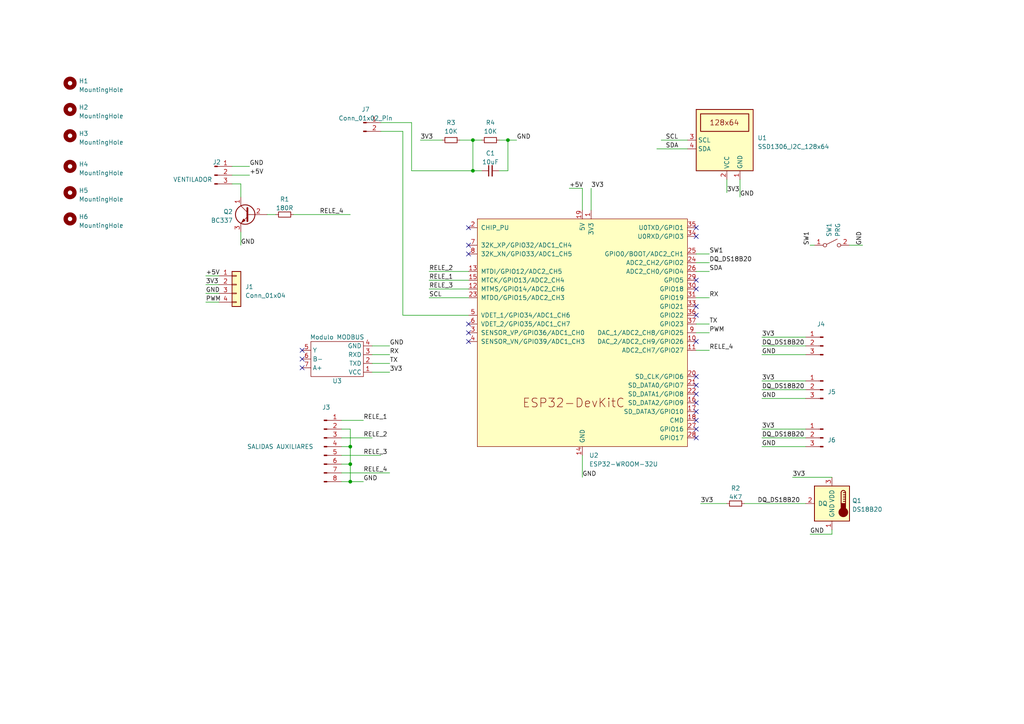
<source format=kicad_sch>
(kicad_sch (version 20230121) (generator eeschema)
  (paper "A4")
  (lib_symbols
    (symbol "Connector:Conn_01x02_Pin" (pin_names (offset 1.016) hide)
      (property "Reference" "J" (at 0 2.54 0))
      (property "Value" "Conn_01x02_Pin" (at 0 -5.08 0))
      (symbol "Conn_01x02_Pin_1_1"
        (polyline (pts (xy 1.27 -2.54) (xy 0.8636 -2.54)) (stroke (width 0.1524)))
        (polyline (pts (xy 1.27 0) (xy 0.8636 0)) (stroke (width 0.1524)))
        (rectangle (start 0.8636 -2.413) (end 0 -2.667) (stroke (width 0.1524)) (fill (type outline)))
        (rectangle (start 0.8636 0.127) (end 0 -0.127) (stroke (width 0.1524)) (fill (type outline)))
        (pin passive line (at 5.08 0 180) (length 3.81) (name "Pin_1") (number "1"))
        (pin passive line (at 5.08 -2.54 180) (length 3.81) (name "Pin_2") (number "2"))
      )
    )
    (symbol "Connector:Conn_01x03_Pin" (pin_names (offset 1.016) hide)
      (property "Reference" "J" (at 0 5.08 0))
      (property "Value" "Conn_01x03_Pin" (at 0 -5.08 0))
      (symbol "Conn_01x03_Pin_1_1"
        (polyline (pts (xy 1.27 -2.54) (xy 0.8636 -2.54)) (stroke (width 0.1524)))
        (polyline (pts (xy 1.27 0) (xy 0.8636 0)) (stroke (width 0.1524)))
        (polyline (pts (xy 1.27 2.54) (xy 0.8636 2.54)) (stroke (width 0.1524)))
        (rectangle (start 0.8636 -2.413) (end 0 -2.667) (stroke (width 0.1524)) (fill (type outline)))
        (rectangle (start 0.8636 0.127) (end 0 -0.127) (stroke (width 0.1524)) (fill (type outline)))
        (rectangle (start 0.8636 2.667) (end 0 2.413) (stroke (width 0.1524)) (fill (type outline)))
        (pin passive line (at 5.08 2.54 180) (length 3.81) (name "Pin_1") (number "1"))
        (pin passive line (at 5.08 0 180) (length 3.81) (name "Pin_2") (number "2"))
        (pin passive line (at 5.08 -2.54 180) (length 3.81) (name "Pin_3") (number "3"))
      )
    )
    (symbol "Connector:Conn_01x08_Pin" (pin_names (offset 1.016) hide)
      (property "Reference" "J" (at 0 10.16 0))
      (property "Value" "Conn_01x08_Pin" (at 0 -12.7 0))
      (symbol "Conn_01x08_Pin_1_1"
        (polyline (pts (xy 1.27 -10.16) (xy 0.8636 -10.16)) (stroke (width 0.1524)))
        (polyline (pts (xy 1.27 -7.62) (xy 0.8636 -7.62)) (stroke (width 0.1524)))
        (polyline (pts (xy 1.27 -5.08) (xy 0.8636 -5.08)) (stroke (width 0.1524)))
        (polyline (pts (xy 1.27 -2.54) (xy 0.8636 -2.54)) (stroke (width 0.1524)))
        (polyline (pts (xy 1.27 0) (xy 0.8636 0)) (stroke (width 0.1524)))
        (polyline (pts (xy 1.27 2.54) (xy 0.8636 2.54)) (stroke (width 0.1524)))
        (polyline (pts (xy 1.27 5.08) (xy 0.8636 5.08)) (stroke (width 0.1524)))
        (polyline (pts (xy 1.27 7.62) (xy 0.8636 7.62)) (stroke (width 0.1524)))
        (rectangle (start 0.8636 -10.033) (end 0 -10.287) (stroke (width 0.1524)) (fill (type outline)))
        (rectangle (start 0.8636 -7.493) (end 0 -7.747) (stroke (width 0.1524)) (fill (type outline)))
        (rectangle (start 0.8636 -4.953) (end 0 -5.207) (stroke (width 0.1524)) (fill (type outline)))
        (rectangle (start 0.8636 -2.413) (end 0 -2.667) (stroke (width 0.1524)) (fill (type outline)))
        (rectangle (start 0.8636 0.127) (end 0 -0.127) (stroke (width 0.1524)) (fill (type outline)))
        (rectangle (start 0.8636 2.667) (end 0 2.413) (stroke (width 0.1524)) (fill (type outline)))
        (rectangle (start 0.8636 5.207) (end 0 4.953) (stroke (width 0.1524)) (fill (type outline)))
        (rectangle (start 0.8636 7.747) (end 0 7.493) (stroke (width 0.1524)) (fill (type outline)))
        (pin passive line (at 5.08 7.62 180) (length 3.81) (name "Pin_1") (number "1"))
        (pin passive line (at 5.08 5.08 180) (length 3.81) (name "Pin_2") (number "2"))
        (pin passive line (at 5.08 2.54 180) (length 3.81) (name "Pin_3") (number "3"))
        (pin passive line (at 5.08 0 180) (length 3.81) (name "Pin_4") (number "4"))
        (pin passive line (at 5.08 -2.54 180) (length 3.81) (name "Pin_5") (number "5"))
        (pin passive line (at 5.08 -5.08 180) (length 3.81) (name "Pin_6") (number "6"))
        (pin passive line (at 5.08 -7.62 180) (length 3.81) (name "Pin_7") (number "7"))
        (pin passive line (at 5.08 -10.16 180) (length 3.81) (name "Pin_8") (number "8"))
      )
    )
    (symbol "Connector_Generic:Conn_01x04" (pin_names (offset 1.016) hide)
      (property "Reference" "J" (at 0 5.08 0))
      (property "Value" "Conn_01x04" (at 0 -7.62 0))
      (symbol "Conn_01x04_1_1"
        (rectangle (start -1.27 -4.953) (end 0 -5.207) (stroke (width 0.1524)))
        (rectangle (start -1.27 -2.413) (end 0 -2.667) (stroke (width 0.1524)))
        (rectangle (start -1.27 0.127) (end 0 -0.127) (stroke (width 0.1524)))
        (rectangle (start -1.27 2.667) (end 0 2.413) (stroke (width 0.1524)))
        (rectangle (start -1.27 3.81) (end 1.27 -6.35) (stroke (width 0.254)) (fill (type background)))
        (pin passive line (at -5.08 2.54 0) (length 3.81) (name "Pin_1") (number "1"))
        (pin passive line (at -5.08 0 0) (length 3.81) (name "Pin_2") (number "2"))
        (pin passive line (at -5.08 -2.54 0) (length 3.81) (name "Pin_3") (number "3"))
        (pin passive line (at -5.08 -5.08 0) (length 3.81) (name "Pin_4") (number "4"))
      )
    )
    (symbol "Device:C_Small" (pin_numbers hide) (pin_names (offset 0.254) hide)
      (property "Reference" "C" (at 0.254 1.778 0))
      (property "Value" "C_Small" (at 0.254 -2.032 0))
      (symbol "C_Small_0_1"
        (polyline (pts (xy -1.524 -0.508) (xy 1.524 -0.508)) (stroke (width 0.3302)))
        (polyline (pts (xy -1.524 0.508) (xy 1.524 0.508)) (stroke (width 0.3048)))
      )
      (symbol "C_Small_1_1"
        (pin passive line (at 0 2.54 270) (length 2.032) (name "~") (number "1"))
        (pin passive line (at 0 -2.54 90) (length 2.032) (name "~") (number "2"))
      )
    )
    (symbol "Device:R_Small" (pin_numbers hide) (pin_names (offset 0.254) hide)
      (property "Reference" "R" (at 0.762 0.508 0))
      (property "Value" "R_Small" (at 0.762 -1.016 0))
      (symbol "R_Small_0_1"
        (rectangle (start -0.762 1.778) (end 0.762 -1.778) (stroke (width 0.2032)))
      )
      (symbol "R_Small_1_1"
        (pin passive line (at 0 2.54 270) (length 0.762) (name "~") (number "1"))
        (pin passive line (at 0 -2.54 90) (length 0.762) (name "~") (number "2"))
      )
    )
    (symbol "Espressif:ESP32-DevKitC" (pin_names (offset 1.016))
      (property "Reference" "U" (at -30.48 38.1 0))
      (property "Value" "ESP32-DevKitC" (at -30.48 35.56 0))
      (symbol "ESP32-DevKitC_0_0"
        (text "ESP32-DevKitC" (at -2.54 -20.32 0) (effects (font (size 2.54 2.54))))
        (pin power_in line (at 0 -35.56 90) (length 2.54) (name "GND") (number "14"))
        (pin power_in line (at 0 35.56 270) (length 2.54) (name "5V") (number "19"))
      )
      (symbol "ESP32-DevKitC_0_1"
        (rectangle (start -30.48 33.02) (end 30.48 -33.02) (fill (type background)))
      )
      (symbol "ESP32-DevKitC_1_1"
        (pin power_in line (at 2.54 35.56 270) (length 2.54) (name "3V3") (number "1"))
        (pin bidirectional line (at 33.02 -2.54 180) (length 2.54) (name "DAC_2/ADC2_CH9/GPIO26") (number "10"))
        (pin bidirectional line (at 33.02 -5.08 180) (length 2.54) (name "ADC2_CH7/GPIO27") (number "11"))
        (pin bidirectional line (at -33.02 12.7 0) (length 2.54) (name "MTMS/GPIO14/ADC2_CH6") (number "12"))
        (pin bidirectional line (at -33.02 17.78 0) (length 2.54) (name "MTDI/GPIO12/ADC2_CH5") (number "13"))
        (pin bidirectional line (at -33.02 15.24 0) (length 2.54) (name "MTCK/GPIO13/ADC2_CH4") (number "15"))
        (pin bidirectional line (at 33.02 -20.32 180) (length 2.54) (name "SD_DATA2/GPIO9") (number "16"))
        (pin bidirectional line (at 33.02 -22.86 180) (length 2.54) (name "SD_DATA3/GPIO10") (number "17"))
        (pin bidirectional line (at 33.02 -25.4 180) (length 2.54) (name "CMD") (number "18"))
        (pin input line (at -33.02 30.48 0) (length 2.54) (name "CHIP_PU") (number "2"))
        (pin bidirectional line (at 33.02 -12.7 180) (length 2.54) (name "SD_CLK/GPIO6") (number "20"))
        (pin bidirectional line (at 33.02 -15.24 180) (length 2.54) (name "SD_DATA0/GPIO7") (number "21"))
        (pin bidirectional line (at 33.02 -17.78 180) (length 2.54) (name "SD_DATA1/GPIO8") (number "22"))
        (pin bidirectional line (at -33.02 10.16 0) (length 2.54) (name "MTDO/GPIO15/ADC2_CH3") (number "23"))
        (pin bidirectional line (at 33.02 20.32 180) (length 2.54) (name "ADC2_CH2/GPIO2") (number "24"))
        (pin bidirectional line (at 33.02 22.86 180) (length 2.54) (name "GPIO0/BOOT/ADC2_CH1") (number "25"))
        (pin bidirectional line (at 33.02 17.78 180) (length 2.54) (name "ADC2_CH0/GPIO4") (number "26"))
        (pin bidirectional line (at 33.02 -27.94 180) (length 2.54) (name "GPIO16") (number "27"))
        (pin bidirectional line (at 33.02 -30.48 180) (length 2.54) (name "GPIO17") (number "28"))
        (pin bidirectional line (at 33.02 15.24 180) (length 2.54) (name "GPIO5") (number "29"))
        (pin input line (at -33.02 0 0) (length 2.54) (name "SENSOR_VP/GPIO36/ADC1_CH0") (number "3"))
        (pin bidirectional line (at 33.02 12.7 180) (length 2.54) (name "GPIO18") (number "30"))
        (pin bidirectional line (at 33.02 10.16 180) (length 2.54) (name "GPIO19") (number "31"))
        (pin passive line (at 0 -35.56 90) (length 2.54) hide (name "GND") (number "32"))
        (pin bidirectional line (at 33.02 7.62 180) (length 2.54) (name "GPIO21") (number "33"))
        (pin bidirectional line (at 33.02 27.94 180) (length 2.54) (name "U0RXD/GPIO3") (number "34"))
        (pin bidirectional line (at 33.02 30.48 180) (length 2.54) (name "U0TXD/GPIO1") (number "35"))
        (pin bidirectional line (at 33.02 5.08 180) (length 2.54) (name "GPIO22") (number "36"))
        (pin bidirectional line (at 33.02 2.54 180) (length 2.54) (name "GPIO23") (number "37"))
        (pin passive line (at 0 -35.56 90) (length 2.54) hide (name "GND") (number "38"))
        (pin input line (at -33.02 -2.54 0) (length 2.54) (name "SENSOR_VN/GPIO39/ADC1_CH3") (number "4"))
        (pin input line (at -33.02 5.08 0) (length 2.54) (name "VDET_1/GPIO34/ADC1_CH6") (number "5"))
        (pin input line (at -33.02 2.54 0) (length 2.54) (name "VDET_2/GPIO35/ADC1_CH7") (number "6"))
        (pin bidirectional line (at -33.02 25.4 0) (length 2.54) (name "32K_XP/GPIO32/ADC1_CH4") (number "7"))
        (pin bidirectional line (at -33.02 22.86 0) (length 2.54) (name "32K_XN/GPIO33/ADC1_CH5") (number "8"))
        (pin bidirectional line (at 33.02 0 180) (length 2.54) (name "DAC_1/ADC2_CH8/GPIO25") (number "9"))
      )
    )
    (symbol "Mechanical:MountingHole" (pin_names (offset 1.016))
      (property "Reference" "H" (at 0 5.08 0))
      (property "Value" "MountingHole" (at 0 3.175 0))
      (symbol "MountingHole_0_1"
        (circle (center 0 0) (radius 1.27) (stroke (width 1.27)))
      )
    )
    (symbol "OLED_SSD1312_I2C:SSD1312_I2C_128x64"
      (property "Reference" "U" (at 0 3.81 0))
      (property "Value" "SSD1312_I2C_128x64" (at 0 1.27 0))
      (symbol "SSD1312_I2C_128x64_0_0"
        (rectangle (start -6.35 -2.54) (end 7.62 -7.62) (stroke (width 0.254)))
        (text "128x64" (at -3.81 -5.08 0) (effects (font (size 1.524 1.524)) (justify left)))
      )
      (symbol "SSD1312_I2C_128x64_0_1"
        (rectangle (start -7.62 -1.27) (end 8.89 -19.05) (stroke (width 0.254)) (fill (type background)))
      )
      (symbol "SSD1312_I2C_128x64_1_1"
        (pin power_in line (at 5.08 -21.59 90) (length 2.54) (name "GND") (number "1"))
        (pin power_in line (at 1.27 -21.59 90) (length 2.54) (name "VCC") (number "2"))
        (pin input line (at -10.16 -10.16 0) (length 2.54) (name "SCL") (number "3"))
        (pin bidirectional line (at -10.16 -12.7 0) (length 2.54) (name "SDA") (number "4"))
      )
    )
    (symbol "Sensor_Temperature:DS18B20" (pin_names (offset 1.016))
      (property "Reference" "U" (at -3.81 6.35 0))
      (property "Value" "DS18B20" (at 6.35 6.35 0))
      (symbol "DS18B20_0_1"
        (rectangle (start -5.08 5.08) (end 5.08 -5.08) (stroke (width 0.254)) (fill (type background)))
        (circle (center -3.302 -2.54) (radius 1.27) (stroke (width 0.254)) (fill (type outline)))
        (rectangle (start -2.667 -1.905) (end -3.937 0) (stroke (width 0.254)) (fill (type outline)))
        (arc (start -2.667 3.175) (mid -3.302 3.8073) (end -3.937 3.175) (stroke (width 0.254)))
        (polyline (pts (xy -3.937 0.635) (xy -3.302 0.635)) (stroke (width 0.254)))
        (polyline (pts (xy -3.937 1.27) (xy -3.302 1.27)) (stroke (width 0.254)))
        (polyline (pts (xy -3.937 1.905) (xy -3.302 1.905)) (stroke (width 0.254)))
        (polyline (pts (xy -3.937 2.54) (xy -3.302 2.54)) (stroke (width 0.254)))
        (polyline (pts (xy -3.937 3.175) (xy -3.937 0)) (stroke (width 0.254)))
        (polyline (pts (xy -3.937 3.175) (xy -3.302 3.175)) (stroke (width 0.254)))
        (polyline (pts (xy -2.667 3.175) (xy -2.667 0)) (stroke (width 0.254)))
      )
      (symbol "DS18B20_1_1"
        (pin power_in line (at 0 -7.62 90) (length 2.54) (name "GND") (number "1"))
        (pin bidirectional line (at 7.62 0 180) (length 2.54) (name "DQ") (number "2"))
        (pin power_in line (at 0 7.62 270) (length 2.54) (name "VDD") (number "3"))
      )
    )
    (symbol "Switch:SW_SPST" (pin_names (offset 0) hide)
      (property "Reference" "SW" (at 0 3.175 0))
      (property "Value" "SW_SPST" (at 0 -2.54 0))
      (symbol "SW_SPST_0_0"
        (circle (center -2.032 0) (radius 0.508))
        (polyline (pts (xy -1.524 0.254) (xy 1.524 1.778)))
        (circle (center 2.032 0) (radius 0.508))
      )
      (symbol "SW_SPST_1_1"
        (pin passive line (at -5.08 0 0) (length 2.54) (name "A") (number "1"))
        (pin passive line (at 5.08 0 180) (length 2.54) (name "B") (number "2"))
      )
    )
    (symbol "Transistor_BJT:BC337" (pin_names (offset 0) hide)
      (property "Reference" "Q" (at 5.08 1.905 0))
      (property "Value" "BC337" (at 5.08 0 0))
      (symbol "BC337_0_1"
        (polyline (pts (xy 0 0) (xy 0.635 0)))
        (polyline (pts (xy 0.635 0.635) (xy 2.54 2.54)))
        (polyline (pts (xy 0.635 -0.635) (xy 2.54 -2.54) (xy 2.54 -2.54)))
        (polyline (pts (xy 0.635 1.905) (xy 0.635 -1.905) (xy 0.635 -1.905)) (stroke (width 0.508)))
        (polyline (pts (xy 1.27 -1.778) (xy 1.778 -1.27) (xy 2.286 -2.286) (xy 1.27 -1.778) (xy 1.27 -1.778)) (fill (type outline)))
        (circle (center 1.27 0) (radius 2.8194) (stroke (width 0.254)))
      )
      (symbol "BC337_1_1"
        (pin passive line (at 2.54 5.08 270) (length 2.54) (name "C") (number "1"))
        (pin input line (at -5.08 0 0) (length 5.08) (name "B") (number "2"))
        (pin passive line (at 2.54 -5.08 90) (length 2.54) (name "E") (number "3"))
      )
    )
    (symbol "module:HW-519_MODBUS"
      (property "Reference" "U" (at 5.08 3.81 0))
      (symbol "HW-519_MODBUS_0_1"
        (polyline (pts (xy -2.54 2.54) (xy 12.7 2.54) (xy 12.7 -7.62) (xy -2.54 -7.62) (xy -2.54 2.54)))
      )
      (symbol "HW-519_MODBUS_1_1"
        (pin input line (at -5.08 1.27 0) (length 2.54) (name "VCC") (number "1"))
        (pin input line (at -5.08 -1.27 0) (length 2.54) (name "TXD") (number "2"))
        (pin input line (at -5.08 -3.81 0) (length 2.54) (name "RXD") (number "3"))
        (pin input line (at -5.08 -6.35 0) (length 2.54) (name "GND") (number "4"))
        (pin input line (at 15.24 -5.08 180) (length 2.54) (name "Y") (number "5"))
        (pin input line (at 15.24 -2.54 180) (length 2.54) (name "B-") (number "6"))
        (pin input line (at 15.24 0 180) (length 2.54) (name "A+") (number "7"))
      )
    )
  )
  (junction (at 101.6 129.54))
  (junction (at 137.16 40.64))
  (junction (at 147.32 40.64))
  (junction (at 101.6 139.7))
  (junction (at 137.16 49.53))
  (junction (at 101.6 134.62))
  (no_connect (at 201.93 127))
  (no_connect (at 135.89 73.66))
  (no_connect (at 201.93 111.76))
  (no_connect (at 201.93 66.04))
  (no_connect (at 135.89 71.12))
  (no_connect (at 87.63 106.68))
  (no_connect (at 201.93 83.82))
  (no_connect (at 201.93 81.28))
  (no_connect (at 135.89 96.52))
  (no_connect (at 135.89 99.06))
  (no_connect (at 201.93 116.84))
  (no_connect (at 135.89 93.98))
  (no_connect (at 201.93 91.44))
  (no_connect (at 135.89 66.04))
  (no_connect (at 201.93 114.3))
  (no_connect (at 201.93 88.9))
  (no_connect (at 87.63 104.14))
  (no_connect (at 201.93 109.22))
  (no_connect (at 201.93 99.06))
  (no_connect (at 87.63 101.6))
  (no_connect (at 201.93 124.46))
  (no_connect (at 201.93 119.38))
  (no_connect (at 201.93 121.92))
  (no_connect (at 201.93 68.58))
  (wire (pts (xy 69.85 57.15) (xy 69.85 53.34)))
  (wire (pts (xy 77.47 62.23) (xy 80.01 62.23)))
  (wire (pts (xy 147.32 40.64) (xy 147.32 49.53)))
  (wire (pts (xy 99.06 127) (xy 107.95 127)))
  (wire (pts (xy 210.82 146.05) (xy 203.2 146.05)))
  (wire (pts (xy 107.95 105.41) (xy 113.03 105.41)))
  (wire (pts (xy 99.06 129.54) (xy 101.6 129.54)))
  (wire (pts (xy 190.5 43.18) (xy 199.39 43.18)))
  (wire (pts (xy 67.31 48.26) (xy 72.39 48.26)))
  (wire (pts (xy 124.46 81.28) (xy 135.89 81.28)))
  (wire (pts (xy 99.06 139.7) (xy 101.6 139.7)))
  (wire (pts (xy 85.09 62.23) (xy 101.6 62.23)))
  (wire (pts (xy 201.93 101.6) (xy 205.74 101.6)))
  (wire (pts (xy 241.3 154.94) (xy 241.3 153.67)))
  (wire (pts (xy 168.91 54.61) (xy 168.91 60.96)))
  (wire (pts (xy 124.46 83.82) (xy 135.89 83.82)))
  (wire (pts (xy 220.98 113.03) (xy 233.68 113.03)))
  (wire (pts (xy 220.98 124.46) (xy 233.68 124.46)))
  (wire (pts (xy 229.87 138.43) (xy 241.3 138.43)))
  (wire (pts (xy 101.6 134.62) (xy 101.6 139.7)))
  (wire (pts (xy 99.06 121.92) (xy 105.41 121.92)))
  (wire (pts (xy 124.46 78.74) (xy 135.89 78.74)))
  (wire (pts (xy 107.95 100.33) (xy 113.03 100.33)))
  (wire (pts (xy 246.38 71.12) (xy 250.19 71.12)))
  (wire (pts (xy 201.93 86.36) (xy 205.74 86.36)))
  (wire (pts (xy 168.91 132.08) (xy 168.91 138.43)))
  (wire (pts (xy 107.95 102.87) (xy 113.03 102.87)))
  (wire (pts (xy 201.93 96.52) (xy 205.74 96.52)))
  (wire (pts (xy 220.98 129.54) (xy 233.68 129.54)))
  (wire (pts (xy 99.06 134.62) (xy 101.6 134.62)))
  (wire (pts (xy 214.63 52.07) (xy 214.63 57.15)))
  (wire (pts (xy 101.6 124.46) (xy 101.6 129.54)))
  (wire (pts (xy 171.45 54.61) (xy 171.45 60.96)))
  (wire (pts (xy 99.06 132.08) (xy 110.49 132.08)))
  (wire (pts (xy 220.98 102.87) (xy 233.68 102.87)))
  (wire (pts (xy 234.95 71.12) (xy 236.22 71.12)))
  (wire (pts (xy 144.78 49.53) (xy 147.32 49.53)))
  (wire (pts (xy 215.9 146.05) (xy 233.68 146.05)))
  (wire (pts (xy 210.82 52.07) (xy 210.82 55.88)))
  (wire (pts (xy 220.98 97.79) (xy 233.68 97.79)))
  (wire (pts (xy 121.92 40.64) (xy 128.27 40.64)))
  (wire (pts (xy 72.39 50.8) (xy 67.31 50.8)))
  (wire (pts (xy 137.16 40.64) (xy 139.7 40.64)))
  (wire (pts (xy 201.93 93.98) (xy 205.74 93.98)))
  (wire (pts (xy 99.06 124.46) (xy 101.6 124.46)))
  (wire (pts (xy 101.6 129.54) (xy 101.6 134.62)))
  (wire (pts (xy 220.98 127) (xy 233.68 127)))
  (wire (pts (xy 107.95 107.95) (xy 113.03 107.95)))
  (wire (pts (xy 234.95 154.94) (xy 241.3 154.94)))
  (wire (pts (xy 133.35 40.64) (xy 137.16 40.64)))
  (wire (pts (xy 220.98 100.33) (xy 233.68 100.33)))
  (wire (pts (xy 220.98 110.49) (xy 233.68 110.49)))
  (wire (pts (xy 59.69 87.63) (xy 63.5 87.63)))
  (wire (pts (xy 99.06 137.16) (xy 113.03 137.16)))
  (wire (pts (xy 59.69 82.55) (xy 63.5 82.55)))
  (wire (pts (xy 110.49 35.56) (xy 119.38 35.56)))
  (wire (pts (xy 137.16 49.53) (xy 139.7 49.53)))
  (wire (pts (xy 59.69 85.09) (xy 63.5 85.09)))
  (wire (pts (xy 220.98 115.57) (xy 233.68 115.57)))
  (wire (pts (xy 201.93 73.66) (xy 205.74 73.66)))
  (wire (pts (xy 116.84 91.44) (xy 116.84 38.1)))
  (wire (pts (xy 137.16 49.53) (xy 137.16 40.64)))
  (wire (pts (xy 135.89 86.36) (xy 124.46 86.36)))
  (wire (pts (xy 165.1 54.61) (xy 168.91 54.61)))
  (wire (pts (xy 147.32 40.64) (xy 149.86 40.64)))
  (wire (pts (xy 191.77 40.64) (xy 199.39 40.64)))
  (wire (pts (xy 144.78 40.64) (xy 147.32 40.64)))
  (wire (pts (xy 69.85 67.31) (xy 69.85 71.12)))
  (wire (pts (xy 69.85 53.34) (xy 67.31 53.34)))
  (wire (pts (xy 201.93 76.2) (xy 205.74 76.2)))
  (wire (pts (xy 116.84 91.44) (xy 135.89 91.44)))
  (wire (pts (xy 201.93 78.74) (xy 205.74 78.74)))
  (wire (pts (xy 59.69 80.01) (xy 63.5 80.01)))
  (wire (pts (xy 119.38 49.53) (xy 137.16 49.53)))
  (wire (pts (xy 119.38 35.56) (xy 119.38 49.53)))
  (wire (pts (xy 116.84 38.1) (xy 110.49 38.1)))
  (wire (pts (xy 105.41 139.7) (xy 101.6 139.7)))
  (label "TX" (at 205.74 93.98 0))
  (label "+5V" (at 165.1 54.61 0))
  (label "3V3" (at 220.98 97.79 0))
  (label "+5V" (at 72.39 50.8 0))
  (label "GND" (at 220.98 102.87 0))
  (label "DQ_DS18B20" (at 220.98 113.03 0))
  (label "3V3" (at 210.82 55.88 0))
  (label "GND" (at 59.69 85.09 0))
  (label "RELE_2" (at 105.41 127 0))
  (label "GND" (at 234.95 154.94 0))
  (label "3V3" (at 171.45 54.61 0))
  (label "GND" (at 220.98 115.57 0))
  (label "GND" (at 250.19 71.12 90))
  (label "SDA" (at 193.04 43.18 0))
  (label "RX" (at 113.03 102.87 0))
  (label "TX" (at 113.03 105.41 0))
  (label "3V3" (at 229.87 138.43 0))
  (label "3V3" (at 121.92 40.64 0))
  (label "+5V" (at 59.69 80.01 0))
  (label "SW1" (at 234.95 71.12 90))
  (label "PWM" (at 59.69 87.63 0))
  (label "GND" (at 72.39 48.26 0))
  (label "SCL" (at 124.46 86.36 0))
  (label "RELE_3" (at 105.41 132.08 0))
  (label "RELE_2" (at 124.46 78.74 0))
  (label "3V3" (at 220.98 110.49 0))
  (label "GND" (at 168.91 138.43 0))
  (label "SW1" (at 205.74 73.66 0))
  (label "DQ_DS18B20" (at 220.98 127 0))
  (label "RX" (at 205.74 86.36 0))
  (label "RELE_4" (at 205.74 101.6 0))
  (label "PWM" (at 205.74 96.52 0))
  (label "GND" (at 69.85 71.12 0))
  (label "RELE_4" (at 105.41 137.16 0))
  (label "GND" (at 220.98 129.54 0))
  (label "RELE_4" (at 92.71 62.23 0))
  (label "DQ_DS18B20" (at 205.74 76.2 0))
  (label "DQ_DS18B20" (at 219.71 146.05 0))
  (label "GND" (at 113.03 100.33 0))
  (label "DQ_DS18B20" (at 220.98 100.33 0))
  (label "GND" (at 214.63 57.15 0))
  (label "RELE_1" (at 124.46 81.28 0))
  (label "RELE_1" (at 105.41 121.92 0))
  (label "SCL" (at 193.04 40.64 0))
  (label "3V3" (at 203.2 146.05 0))
  (label "3V3" (at 59.69 82.55 0))
  (label "RELE_3" (at 124.46 83.82 0))
  (label "GND" (at 105.41 139.7 0))
  (label "GND" (at 149.86 40.64 0))
  (label "3V3" (at 113.03 107.95 0))
  (label "SDA" (at 205.74 78.74 0))
  (label "3V3" (at 220.98 124.46 0))
  (symbol (lib_id "module:HW-519_MODBUS") (at 102.87 106.68 180) (unit 1)
    (property "Reference" "U3" (at 97.79 110.49 0))
    (property "Value" "Modulo MODBUS" (at 97.79 97.79 0))
    (property "Footprint" "Module:MW-519 MODBUS" (effects hide))
  )
  (symbol (lib_id "Mechanical:MountingHole") (at 20.32 31.75 0) (unit 1)
    (property "Reference" "H2" (at 22.86 31.115 0) (effects (justify left)))
    (property "Value" "MountingHole" (at 22.86 33.655 0) (effects (justify left)))
    (property "Footprint" "MountingHole:MountingHole_3.2mm_M3" (effects hide))
  )
  (symbol (lib_id "Connector:Conn_01x08_Pin") (at 93.98 129.54 0) (unit 1)
    (property "Reference" "J3" (at 94.615 118.144 0))
    (property "Value" "SALIDAS AUXILIARES" (at 81.28 129.54 0))
    (property "Footprint" "Connector_PinHeader_2.54mm:PinHeader_1x08_P2.54mm_Vertical" (effects hide))
  )
  (symbol (lib_id "Device:R_Small") (at 130.81 40.64 90) (unit 1)
    (property "Reference" "R3" (at 130.81 35.56 90))
    (property "Value" "10K" (at 130.81 38.1 90))
    (property "Footprint" "Resistor_SMD:R_0805_2012Metric_Pad1.20x1.40mm_HandSolder" (effects hide))
  )
  (symbol (lib_id "Connector:Conn_01x03_Pin") (at 62.23 50.8 0) (unit 1)
    (property "Reference" "J2" (at 62.865 47.024 0))
    (property "Value" "VENTILADOR" (at 55.88 52.07 0))
    (property "Footprint" "Connector_PinHeader_2.54mm:PinHeader_1x03_P2.54mm_Vertical" (effects hide))
  )
  (symbol (lib_id "Connector:Conn_01x03_Pin") (at 238.76 127 0) (mirror y) (unit 1)
    (property "Reference" "J6" (at 240.03 127.635 0) (effects (justify right)))
    (property "Value" "Conn_01x03_Male" (effects hide))
    (property "Footprint" "Connector_PinHeader_2.54mm:PinHeader_1x03_P2.54mm_Vertical" (effects hide))
  )
  (symbol (lib_id "Transistor_BJT:BC337") (at 72.39 62.23 0) (mirror y) (unit 1)
    (property "Reference" "Q2" (at 67.5386 61.3953 0) (effects (justify left)))
    (property "Value" "BC337" (at 67.5386 63.9322 0) (effects (justify left)))
    (property "Footprint" "Package_TO_SOT_THT:TO-92_Inline" (effects hide))
    (property "Datasheet" "https://diotec.com/tl_files/diotec/files/pdf/datasheets/bc337.pdf" (effects hide))
  )
  (symbol (lib_id "Mechanical:MountingHole") (at 20.32 24.13 0) (unit 1)
    (property "Reference" "H1" (at 22.86 23.495 0) (effects (justify left)))
    (property "Value" "MountingHole" (at 22.86 26.035 0) (effects (justify left)))
    (property "Footprint" "MountingHole:MountingHole_3.2mm_M3" (effects hide))
  )
  (symbol (lib_id "OLED_SSD1312_I2C:SSD1312_I2C_128x64") (at 209.55 30.48 0) (unit 1)
    (property "Reference" "U1" (at 219.71 40.005 0) (effects (justify left)))
    (property "Value" "SSD1306_I2C_128x64" (at 219.71 42.545 0) (effects (justify left)))
    (property "Footprint" "Display:OLED_SSD1306_I2C_0.96" (effects hide))
  )
  (symbol (lib_id "Switch:SW_SPST") (at 241.3 71.12 0) (unit 1)
    (property "Reference" "SW1" (at 240.4653 68.707 90) (effects (justify left)))
    (property "Value" "PRG" (at 243.0022 68.707 90) (effects (justify left)))
    (property "Footprint" "Button_Switch_THT:SW_Tactile_SPST_Angled_PTS645Vx83-2LFS" (effects hide))
  )
  (symbol (lib_id "Device:R_Small") (at 213.36 146.05 90) (unit 1)
    (property "Reference" "R2" (at 213.36 141.6136 90))
    (property "Value" "4K7" (at 213.36 144.1505 90))
    (property "Footprint" "Resistor_SMD:R_0805_2012Metric_Pad1.20x1.40mm_HandSolder" (effects hide))
  )
  (symbol (lib_id "Connector:Conn_01x02_Pin") (at 105.41 35.56 0) (unit 1)
    (property "Reference" "J7" (at 106.045 31.75 0))
    (property "Value" "Conn_01x02_Pin" (at 106.045 34.29 0))
    (property "Footprint" "Connector_PinHeader_2.54mm:PinHeader_1x02_P2.54mm_Vertical" (effects hide))
  )
  (symbol (lib_id "Mechanical:MountingHole") (at 20.32 48.26 0) (unit 1)
    (property "Reference" "H4" (at 22.86 47.625 0) (effects (justify left)))
    (property "Value" "MountingHole" (at 22.86 50.165 0) (effects (justify left)))
    (property "Footprint" "MountingHole:MountingHole_3.2mm_M3" (effects hide))
  )
  (symbol (lib_id "Sensor_Temperature:DS18B20") (at 241.3 146.05 0) (mirror y) (unit 1)
    (property "Reference" "Q1" (at 247.142 145.2153 0) (effects (justify right)))
    (property "Value" "DS18B20" (at 247.142 147.7522 0) (effects (justify right)))
    (property "Footprint" "Package_TO_SOT_THT:TO-92_Inline" (effects hide))
    (property "Datasheet" "http://datasheets.maximintegrated.com/en/ds/DS18B20.pdf" (effects hide))
  )
  (symbol (lib_id "Mechanical:MountingHole") (at 20.32 55.88 0) (unit 1)
    (property "Reference" "H5" (at 22.86 55.245 0) (effects (justify left)))
    (property "Value" "MountingHole" (at 22.86 57.785 0) (effects (justify left)))
    (property "Footprint" "MountingHole:MountingHole_3.2mm_M3" (effects hide))
  )
  (symbol (lib_id "Espressif:ESP32-DevKitC") (at 168.91 96.52 0) (unit 1)
    (property "Reference" "U2" (at 170.8659 132.08 0) (effects (justify left)))
    (property "Value" "ESP32-WROOM-32U" (at 170.8659 134.62 0) (effects (justify left)))
    (property "Footprint" "Espressif:ESP32-DevKitC" (effects hide))
    (property "Datasheet" "https://docs.espressif.com/projects/esp-idf/zh_CN/latest/esp32/hw-reference/esp32/get-started-devkitc.html" (effects hide))
  )
  (symbol (lib_id "Device:R_Small") (at 82.55 62.23 90) (unit 1)
    (property "Reference" "R1" (at 82.55 57.7936 90))
    (property "Value" "180R" (at 82.55 60.3305 90))
    (property "Footprint" "Resistor_SMD:R_0805_2012Metric_Pad1.20x1.40mm_HandSolder" (effects hide))
  )
  (symbol (lib_id "Connector_Generic:Conn_01x04") (at 68.58 82.55 0) (unit 1)
    (property "Reference" "J1" (at 71.12 83.185 0) (effects (justify left)))
    (property "Value" "Conn_01x04" (at 71.12 85.725 0) (effects (justify left)))
    (property "Footprint" "Connector_PinHeader_2.54mm:PinHeader_1x04_P2.54mm_Vertical" (effects hide))
  )
  (symbol (lib_id "Connector:Conn_01x03_Pin") (at 238.76 113.03 0) (mirror y) (unit 1)
    (property "Reference" "J5" (at 240.03 113.665 0) (effects (justify right)))
    (property "Value" "Conn_01x03_Male" (effects hide))
    (property "Footprint" "Connector_PinHeader_2.54mm:PinHeader_1x03_P2.54mm_Vertical" (effects hide))
  )
  (symbol (lib_id "Mechanical:MountingHole") (at 20.32 39.37 0) (unit 1)
    (property "Reference" "H3" (at 22.86 38.735 0) (effects (justify left)))
    (property "Value" "MountingHole" (at 22.86 41.275 0) (effects (justify left)))
    (property "Footprint" "MountingHole:MountingHole_3.2mm_M3" (effects hide))
  )
  (symbol (lib_id "Connector:Conn_01x03_Pin") (at 238.76 100.33 0) (mirror y) (unit 1)
    (property "Reference" "J4" (at 238.125 94.014 0))
    (property "Value" "Conn_01x03_Male" (effects hide))
    (property "Footprint" "Connector_PinHeader_2.54mm:PinHeader_1x03_P2.54mm_Vertical" (effects hide))
  )
  (symbol (lib_id "Device:R_Small") (at 142.24 40.64 90) (unit 1)
    (property "Reference" "R4" (at 142.24 35.56 90))
    (property "Value" "10K" (at 142.24 38.1 90))
    (property "Footprint" "Resistor_SMD:R_0805_2012Metric_Pad1.20x1.40mm_HandSolder" (effects hide))
  )
  (symbol (lib_id "Mechanical:MountingHole") (at 20.32 63.5 0) (unit 1)
    (property "Reference" "H6" (at 22.86 62.865 0) (effects (justify left)))
    (property "Value" "MountingHole" (at 22.86 65.405 0) (effects (justify left)))
    (property "Footprint" "MountingHole:MountingHole_3.2mm_M3" (effects hide))
  )
  (symbol (lib_id "Device:C_Small") (at 142.24 49.53 90) (unit 1)
    (property "Reference" "C1" (at 142.2463 44.45 90))
    (property "Value" "10uF" (at 142.2463 46.99 90))
    (property "Footprint" "Capacitor_SMD:C_0805_2012Metric_Pad1.18x1.45mm_HandSolder" (effects hide))
  )
)
</source>
